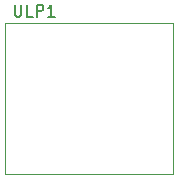
<source format=gto>
%TF.GenerationSoftware,KiCad,Pcbnew,7.0.7*%
%TF.CreationDate,2023-11-04T12:16:01+01:00*%
%TF.ProjectId,amoeba-ulp,616d6f65-6261-42d7-956c-702e6b696361,rev?*%
%TF.SameCoordinates,Original*%
%TF.FileFunction,Legend,Top*%
%TF.FilePolarity,Positive*%
%FSLAX46Y46*%
G04 Gerber Fmt 4.6, Leading zero omitted, Abs format (unit mm)*
G04 Created by KiCad (PCBNEW 7.0.7) date 2023-11-04 12:16:01*
%MOMM*%
%LPD*%
G01*
G04 APERTURE LIST*
%ADD10C,0.150000*%
%ADD11C,0.100000*%
%ADD12R,1.600000X1.800000*%
%ADD13R,1.600000X2.600000*%
%ADD14R,1.600000X3.000000*%
%ADD15R,1.600000X3.800000*%
%ADD16R,0.700000X3.400000*%
%ADD17C,1.200000*%
%ADD18C,1.050000*%
G04 APERTURE END LIST*
D10*
X100833333Y-98454819D02*
X100833333Y-99264342D01*
X100833333Y-99264342D02*
X100880952Y-99359580D01*
X100880952Y-99359580D02*
X100928571Y-99407200D01*
X100928571Y-99407200D02*
X101023809Y-99454819D01*
X101023809Y-99454819D02*
X101214285Y-99454819D01*
X101214285Y-99454819D02*
X101309523Y-99407200D01*
X101309523Y-99407200D02*
X101357142Y-99359580D01*
X101357142Y-99359580D02*
X101404761Y-99264342D01*
X101404761Y-99264342D02*
X101404761Y-98454819D01*
X102357142Y-99454819D02*
X101880952Y-99454819D01*
X101880952Y-99454819D02*
X101880952Y-98454819D01*
X102690476Y-99454819D02*
X102690476Y-98454819D01*
X102690476Y-98454819D02*
X103071428Y-98454819D01*
X103071428Y-98454819D02*
X103166666Y-98502438D01*
X103166666Y-98502438D02*
X103214285Y-98550057D01*
X103214285Y-98550057D02*
X103261904Y-98645295D01*
X103261904Y-98645295D02*
X103261904Y-98788152D01*
X103261904Y-98788152D02*
X103214285Y-98883390D01*
X103214285Y-98883390D02*
X103166666Y-98931009D01*
X103166666Y-98931009D02*
X103071428Y-98978628D01*
X103071428Y-98978628D02*
X102690476Y-98978628D01*
X104214285Y-99454819D02*
X103642857Y-99454819D01*
X103928571Y-99454819D02*
X103928571Y-98454819D01*
X103928571Y-98454819D02*
X103833333Y-98597676D01*
X103833333Y-98597676D02*
X103738095Y-98692914D01*
X103738095Y-98692914D02*
X103642857Y-98740533D01*
D11*
%TO.C,ULP1*%
X100000000Y-100000000D02*
X114200000Y-100000000D01*
X114200000Y-100000000D02*
X114200000Y-112800000D01*
X114200000Y-112800000D02*
X100000000Y-112800000D01*
X100000000Y-112800000D02*
X100000000Y-100000000D01*
%TD*%
%LPC*%
D12*
%TO.C,ULP1*%
X113300000Y-111425000D03*
D13*
X113300000Y-106400000D03*
D12*
X113300000Y-101375000D03*
D14*
X100900000Y-110900000D03*
D15*
X100900000Y-102500000D03*
D16*
X108900000Y-108700000D03*
X106450000Y-108700000D03*
D17*
X112900000Y-109660000D03*
X112900000Y-103140000D03*
D18*
X101300000Y-107600000D03*
%TD*%
%LPD*%
M02*

</source>
